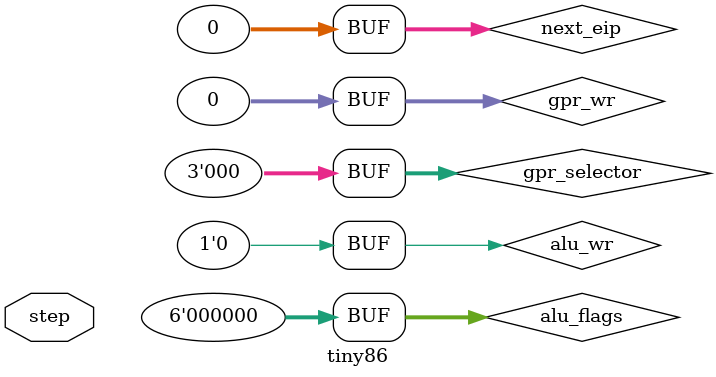
<source format=v>
module tiny86(
  input [559:0] step
);

// Fetch: Extract the individual components from a trace step.

wire [95:0] raw_instr;
wire [319:0] raw_regs;
wire [71:0] raw_hint1;
wire [71:0] raw_hint2;

fetch fetch_x(
  .step(step),

  .raw_instr(raw_instr),
  .raw_regs(raw_regs),
  .raw_hint1(raw_hint1),
  .raw_hint2(raw_hint2)
);

// Decode hints.
wire [1:0] hint1_mask;
wire hint1_rw;
wire [31:0] hint1_address;
wire [31:0] hint1_data;

decode_hint decode_hint1(
  .raw_hint(raw_hint1),

  .mask(hint1_mask),
  .rw(hint1_rw),
  .address(hint1_address),
  .data(hint1_data)
);

wire [1:0] hint2_mask;
wire hint2_rw;
wire [31:0] hint2_address;
wire [31:0] hint2_data;

decode_hint decode_hint2(
  .raw_hint(raw_hint2),

  .mask(hint2_mask),
  .rw(hint2_rw),
  .address(hint2_address),
  .data(hint2_data)
);

// Decode regfile.
wire [31:0] eax, ebx, ecx, edx, esi, edi, esp, ebp, eip, eflags;

decode_regfile decode_regfile_x(
  .raw_regs(raw_regs),

  .eax(eax),
  .ebx(ebx),
  .ecx(ecx),
  .edx(edx),
  .esi(esi),
  .edi(edi),
  .esp(esp),
  .ebp(ebp),
  .eip(eip),
  .eflags(eflags)
);


// Core instruction decoding: extract the core instruction semantics, decompose
// operands into their concrete 32-bit values, extract reg/mem selectors for
// writeback.
wire [5:0] opc;
wire [31:0] opnd0_r;
wire [31:0] opnd1_r;
wire [31:0] opnd2_r;
wire [1:0] dest0_sel;
wire [1:0] dest1_sel;

decode decode_instr(
  .raw_instr(raw_instr),
  .eax(eax),
  .ebx(ebx),
  .ecx(ecx),
  .edx(edx),
  .esi(esi),
  .edi(edi),
  .esp(esp),
  .ebp(ebp),

  .opc(opc),
  .opnd0_r(opnd0_r),
  .opnd1_r(opnd1_r),
  .opnd2_r(opnd2_r),
  .dest0_sel(dest0_sel),
  .dest1_sel(dest1_sel)
);


// Execute
execute execute_x();

// Register writeback + updates.
wire [2:0] gpr_selector = 3'd0; // TODO
wire [31:0] gpr_wr = 32'd0; // TODO
wire [31:0] next_eip = 32'd0; // TODO
wire alu_wr = 0; // TODO
wire [5:0] alu_flags = 6'd0; // TODO

wire [31:0] o_eax, o_ebx, o_ecx, o_edx, o_esi, o_edi, o_esp, o_ebp, o_eip, o_eflags;

regfile regfile_x(
  .i_eax(eax),
  .i_ebx(ebx),
  .i_ecx(ecx),
  .i_edx(edx),
  .i_esi(esi),
  .i_edi(edi),
  .i_esp(esp),
  .i_ebp(ebp),
  .i_eflags(eflags),

  .gpr_selector(gpr_selector),
  .gpr_wr(gpr_wr),
  .next_eip(next_eip),
  .alu_wr(alu_wr),
  .alu_flags(alu_flags),

  .o_eax(o_eax),
  .o_ebx(o_ebx),
  .o_ecx(o_ecx),
  .o_edx(o_edx),
  .o_esi(o_esi),
  .o_edi(o_edi),
  .o_esp(o_esp),
  .o_ebp(o_ebp),
  .o_eip(o_eip),
  .o_eflags(o_eflags)
);

endmodule

</source>
